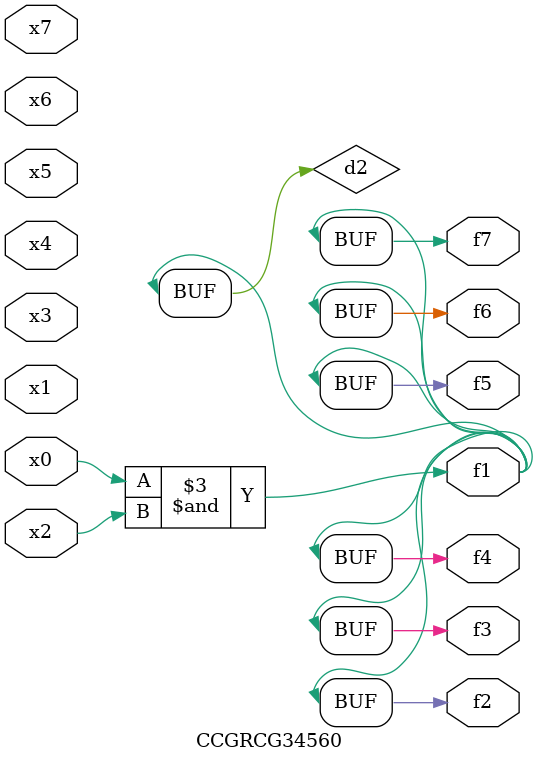
<source format=v>
module CCGRCG34560(
	input x0, x1, x2, x3, x4, x5, x6, x7,
	output f1, f2, f3, f4, f5, f6, f7
);

	wire d1, d2;

	nor (d1, x3, x6);
	and (d2, x0, x2);
	assign f1 = d2;
	assign f2 = d2;
	assign f3 = d2;
	assign f4 = d2;
	assign f5 = d2;
	assign f6 = d2;
	assign f7 = d2;
endmodule

</source>
